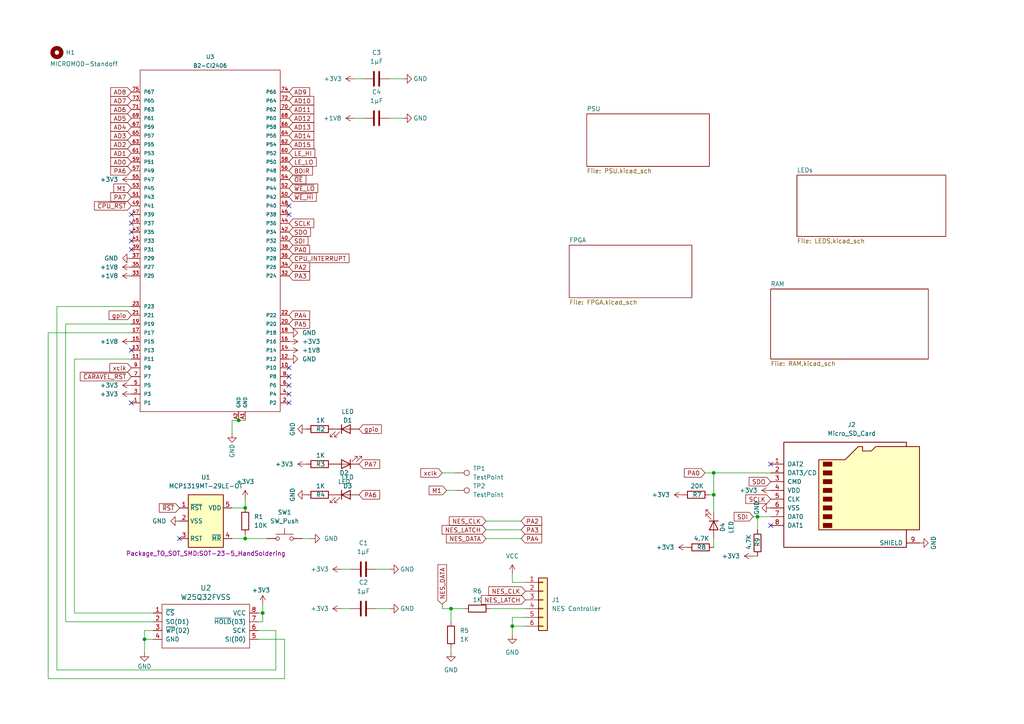
<source format=kicad_sch>
(kicad_sch (version 20250114) (generator "eeschema") (generator_version "9.0")
  (paper "A4")
  (lib_symbols
    (symbol "Caravel_board:W25Q32FVSS" (pin_names (offset 1.016))
      (property "Reference" "U" (at -12.7 5.334 0))
      (property "Value" "W25Q32FVSS" (at -12.7 -7.874 0))
      (symbol "W25Q32FVSS_1_0"
        (polyline (pts (xy -12.7 5.08) (xy 12.7 5.08)))
        (polyline (pts (xy -12.7 -7.62) (xy -12.7 5.08)))
        (polyline (pts (xy 12.7 5.08) (xy 12.7 -7.62)))
        (polyline (pts (xy 12.7 -7.62) (xy -12.7 -7.62)))
        (pin input line (at -15.24 2.54 0) (length 2.54) (name "~{CS}") (number "1"))
        (pin bidirectional line (at -15.24 0 0) (length 2.54) (name "SO(D1)") (number "2"))
        (pin bidirectional line (at -15.24 -2.54 0) (length 2.54) (name "~{WP}(D2)") (number "3"))
        (pin power_in line (at -15.24 -5.08 0) (length 2.54) (name "GND") (number "4"))
        (pin power_in line (at 15.24 2.54 180) (length 2.54) (name "VCC") (number "8"))
        (pin bidirectional line (at 15.24 0 180) (length 2.54) (name "~{HOLD}(D3)") (number "7"))
        (pin bidirectional line (at 15.24 -2.54 180) (length 2.54) (name "SCK") (number "6"))
        (pin bidirectional line (at 15.24 -5.08 180) (length 2.54) (name "SI(D0)") (number "5"))
      )
    )
    (symbol "Connector:Micro_SD_Card" (pin_names (offset 1.016))
      (property "Reference" "J" (at -16.51 15.24 0))
      (property "Value" "Micro_SD_Card" (at 16.51 15.24 0))
      (symbol "Micro_SD_Card_0_1"
        (polyline (pts (xy -8.89 -11.43) (xy -8.89 8.89) (xy -1.27 8.89) (xy 2.54 12.7) (xy 3.81 12.7) (xy 3.81 11.43) (xy 6.35 11.43) (xy 7.62 12.7) (xy 20.32 12.7) (xy 20.32 -11.43) (xy -8.89 -11.43)) (stroke (width 0.254)) (fill (type background)))
        (rectangle (start -7.62 8.255) (end -5.08 6.985) (fill (type outline)))
        (rectangle (start -7.62 5.715) (end -5.08 4.445) (fill (type outline)))
        (rectangle (start -7.62 3.175) (end -5.08 1.905) (fill (type outline)))
        (rectangle (start -7.62 0.635) (end -5.08 -0.635) (fill (type outline)))
        (rectangle (start -7.62 -1.905) (end -5.08 -3.175) (fill (type outline)))
        (rectangle (start -7.62 -4.445) (end -5.08 -5.715) (fill (type outline)))
        (rectangle (start -7.62 -6.985) (end -5.08 -8.255) (fill (type outline)))
        (rectangle (start -7.62 -9.525) (end -5.08 -10.795) (fill (type outline)))
        (polyline (pts (xy 16.51 12.7) (xy 16.51 13.97) (xy -19.05 13.97) (xy -19.05 -16.51) (xy 16.51 -16.51) (xy 16.51 -11.43)) (stroke (width 0.254)))
      )
      (symbol "Micro_SD_Card_1_1"
        (pin bidirectional line (at -22.86 7.62 0) (length 3.81) (name "DAT2") (number "1"))
        (pin bidirectional line (at -22.86 5.08 0) (length 3.81) (name "DAT3/CD") (number "2"))
        (pin input line (at -22.86 2.54 0) (length 3.81) (name "CMD") (number "3"))
        (pin power_in line (at -22.86 0 0) (length 3.81) (name "VDD") (number "4"))
        (pin input line (at -22.86 -2.54 0) (length 3.81) (name "CLK") (number "5"))
        (pin power_in line (at -22.86 -5.08 0) (length 3.81) (name "VSS") (number "6"))
        (pin bidirectional line (at -22.86 -7.62 0) (length 3.81) (name "DAT0") (number "7"))
        (pin bidirectional line (at -22.86 -10.16 0) (length 3.81) (name "DAT1") (number "8"))
        (pin passive line (at 20.32 -15.24 180) (length 3.81) (name "SHIELD") (number "9"))
      )
    )
    (symbol "Connector:TestPoint" (pin_numbers (hide yes)) (pin_names (offset 0.762) (hide yes))
      (property "Reference" "TP" (at 0 6.858 0))
      (property "Value" "TestPoint" (at 0 5.08 0))
      (symbol "TestPoint_0_1"
        (circle (center 0 3.302) (radius 0.762))
      )
      (symbol "TestPoint_1_1"
        (pin passive line (at 0 0 90) (length 2.54) (name "1") (number "1"))
      )
    )
    (symbol "Connector_Generic:Conn_01x06" (pin_names (offset 1.016) (hide yes))
      (property "Reference" "J" (at 0 7.62 0))
      (property "Value" "Conn_01x06" (at 0 -10.16 0))
      (symbol "Conn_01x06_1_1"
        (rectangle (start -1.27 6.35) (end 1.27 -8.89) (stroke (width 0.254)) (fill (type background)))
        (rectangle (start -1.27 5.207) (end 0 4.953) (stroke (width 0.1524)))
        (rectangle (start -1.27 2.667) (end 0 2.413) (stroke (width 0.1524)))
        (rectangle (start -1.27 0.127) (end 0 -0.127) (stroke (width 0.1524)))
        (rectangle (start -1.27 -2.413) (end 0 -2.667) (stroke (width 0.1524)))
        (rectangle (start -1.27 -4.953) (end 0 -5.207) (stroke (width 0.1524)))
        (rectangle (start -1.27 -7.493) (end 0 -7.747) (stroke (width 0.1524)))
        (pin passive line (at -5.08 5.08 0) (length 3.81) (name "Pin_1") (number "1"))
        (pin passive line (at -5.08 2.54 0) (length 3.81) (name "Pin_2") (number "2"))
        (pin passive line (at -5.08 0 0) (length 3.81) (name "Pin_3") (number "3"))
        (pin passive line (at -5.08 -2.54 0) (length 3.81) (name "Pin_4") (number "4"))
        (pin passive line (at -5.08 -5.08 0) (length 3.81) (name "Pin_5") (number "5"))
        (pin passive line (at -5.08 -7.62 0) (length 3.81) (name "Pin_6") (number "6"))
      )
    )
    (symbol "Device:C" (pin_numbers (hide yes)) (pin_names (offset 0.254))
      (property "Reference" "C" (at 0.635 2.54 0))
      (property "Value" "C" (at 0.635 -2.54 0))
      (symbol "C_0_1"
        (polyline (pts (xy -2.032 0.762) (xy 2.032 0.762)) (stroke (width 0.508)))
        (polyline (pts (xy -2.032 -0.762) (xy 2.032 -0.762)) (stroke (width 0.508)))
      )
      (symbol "C_1_1"
        (pin passive line (at 0 3.81 270) (length 2.794) (name "~") (number "1"))
        (pin passive line (at 0 -3.81 90) (length 2.794) (name "~") (number "2"))
      )
    )
    (symbol "Device:LED" (pin_numbers (hide yes)) (pin_names (offset 1.016) (hide yes))
      (property "Reference" "D" (at 0 2.54 0))
      (property "Value" "LED" (at 0 -2.54 0))
      (symbol "LED_0_1"
        (polyline (pts (xy -3.048 -0.762) (xy -4.572 -2.286) (xy -3.81 -2.286) (xy -4.572 -2.286) (xy -4.572 -1.524)))
        (polyline (pts (xy -1.778 -0.762) (xy -3.302 -2.286) (xy -2.54 -2.286) (xy -3.302 -2.286) (xy -3.302 -1.524)))
        (polyline (pts (xy -1.27 0) (xy 1.27 0)))
        (polyline (pts (xy -1.27 -1.27) (xy -1.27 1.27)) (stroke (width 0.254)))
        (polyline (pts (xy 1.27 -1.27) (xy 1.27 1.27) (xy -1.27 0) (xy 1.27 -1.27)) (stroke (width 0.254)))
      )
      (symbol "LED_1_1"
        (pin passive line (at -3.81 0 0) (length 2.54) (name "K") (number "1"))
        (pin passive line (at 3.81 0 180) (length 2.54) (name "A") (number "2"))
      )
    )
    (symbol "Device:R" (pin_numbers (hide yes)) (pin_names (offset 0))
      (property "Reference" "R" (at 2.032 0 90))
      (property "Value" "R" (at 0 0 90))
      (symbol "R_0_1"
        (rectangle (start -1.016 -2.54) (end 1.016 2.54) (stroke (width 0.254)))
      )
      (symbol "R_1_1"
        (pin passive line (at 0 3.81 270) (length 1.27) (name "~") (number "1"))
        (pin passive line (at 0 -3.81 90) (length 1.27) (name "~") (number "2"))
      )
    )
    (symbol "MicroMod-Sparkfun:M.2-CONNECTOR-E" (pin_names (offset 1.016))
      (property "Reference" "J" (at -20.32 53.848 0))
      (property "Value" "M.2-CONNECTOR-E" (at -20.32 -48.26 0))
      (symbol "M.2-CONNECTOR-E_1_0"
        (polyline (pts (xy -20.32 53.34) (xy 20.32 53.34)))
        (polyline (pts (xy -20.32 -45.72) (xy -20.32 53.34)))
        (polyline (pts (xy 20.32 53.34) (xy 20.32 -45.72)))
        (polyline (pts (xy 20.32 -45.72) (xy -20.32 -45.72)))
      )
      (symbol "M.2-CONNECTOR-E_1_1"
        (pin bidirectional line (at -22.86 46.99 0) (length 2.54) (name "P67") (number "75"))
        (pin bidirectional line (at -22.86 44.45 0) (length 2.54) (name "P65") (number "73"))
        (pin bidirectional line (at -22.86 41.91 0) (length 2.54) (name "P63") (number "71"))
        (pin bidirectional line (at -22.86 39.37 0) (length 2.54) (name "P61") (number "69"))
        (pin bidirectional line (at -22.86 36.83 0) (length 2.54) (name "P59") (number "67"))
        (pin bidirectional line (at -22.86 34.29 0) (length 2.54) (name "P57") (number "65"))
        (pin bidirectional line (at -22.86 31.75 0) (length 2.54) (name "P55") (number "63"))
        (pin bidirectional line (at -22.86 29.21 0) (length 2.54) (name "P53") (number "61"))
        (pin bidirectional line (at -22.86 26.67 0) (length 2.54) (name "P51") (number "59"))
        (pin bidirectional line (at -22.86 24.13 0) (length 2.54) (name "P49") (number "57"))
        (pin bidirectional line (at -22.86 21.59 0) (length 2.54) (name "P47") (number "55"))
        (pin bidirectional line (at -22.86 19.05 0) (length 2.54) (name "P45") (number "53"))
        (pin bidirectional line (at -22.86 16.51 0) (length 2.54) (name "P43") (number "51"))
        (pin bidirectional line (at -22.86 13.97 0) (length 2.54) (name "P41") (number "49"))
        (pin bidirectional line (at -22.86 11.43 0) (length 2.54) (name "P39") (number "47"))
        (pin bidirectional line (at -22.86 8.89 0) (length 2.54) (name "P37") (number "45"))
        (pin bidirectional line (at -22.86 6.35 0) (length 2.54) (name "P35") (number "43"))
        (pin bidirectional line (at -22.86 3.81 0) (length 2.54) (name "P33") (number "41"))
        (pin bidirectional line (at -22.86 1.27 0) (length 2.54) (name "P31") (number "39"))
        (pin bidirectional line (at -22.86 -1.27 0) (length 2.54) (name "P29") (number "37"))
        (pin bidirectional line (at -22.86 -3.81 0) (length 2.54) (name "P27") (number "35"))
        (pin bidirectional line (at -22.86 -6.35 0) (length 2.54) (name "P25") (number "33"))
        (pin bidirectional line (at -22.86 -15.24 0) (length 2.54) (name "P23") (number "23"))
        (pin bidirectional line (at -22.86 -17.78 0) (length 2.54) (name "P21") (number "21"))
        (pin bidirectional line (at -22.86 -20.32 0) (length 2.54) (name "P19") (number "19"))
        (pin bidirectional line (at -22.86 -22.86 0) (length 2.54) (name "P17") (number "17"))
        (pin bidirectional line (at -22.86 -25.4 0) (length 2.54) (name "P15") (number "15"))
        (pin bidirectional line (at -22.86 -27.94 0) (length 2.54) (name "P13") (number "13"))
        (pin bidirectional line (at -22.86 -30.48 0) (length 2.54) (name "P11") (number "11"))
        (pin bidirectional line (at -22.86 -33.02 0) (length 2.54) (name "P9") (number "9"))
        (pin bidirectional line (at -22.86 -35.56 0) (length 2.54) (name "P7") (number "7"))
        (pin bidirectional line (at -22.86 -38.1 0) (length 2.54) (name "P5") (number "5"))
        (pin bidirectional line (at -22.86 -40.64 0) (length 2.54) (name "P3") (number "3"))
        (pin bidirectional line (at -22.86 -43.18 0) (length 2.54) (name "P1") (number "1"))
        (pin power_in line (at 8.255 -48.26 90) (length 2.54) (name "GND") (number "A2"))
        (pin power_in line (at 10.16 -48.26 90) (length 2.54) (name "GND") (number "A1"))
        (pin bidirectional line (at 22.86 46.99 180) (length 2.54) (name "P66") (number "74"))
        (pin bidirectional line (at 22.86 44.45 180) (length 2.54) (name "P64") (number "72"))
        (pin bidirectional line (at 22.86 41.91 180) (length 2.54) (name "P62") (number "70"))
        (pin bidirectional line (at 22.86 39.37 180) (length 2.54) (name "P60") (number "68"))
        (pin bidirectional line (at 22.86 36.83 180) (length 2.54) (name "P58") (number "66"))
        (pin bidirectional line (at 22.86 34.29 180) (length 2.54) (name "P56") (number "64"))
        (pin bidirectional line (at 22.86 31.75 180) (length 2.54) (name "P54") (number "62"))
        (pin bidirectional line (at 22.86 29.21 180) (length 2.54) (name "P52") (number "60"))
        (pin bidirectional line (at 22.86 26.67 180) (length 2.54) (name "P50") (number "58"))
        (pin bidirectional line (at 22.86 24.13 180) (length 2.54) (name "P48") (number "56"))
        (pin bidirectional line (at 22.86 21.59 180) (length 2.54) (name "P46") (number "54"))
        (pin bidirectional line (at 22.86 19.05 180) (length 2.54) (name "P44") (number "52"))
        (pin bidirectional line (at 22.86 16.51 180) (length 2.54) (name "P42") (number "50"))
        (pin bidirectional line (at 22.86 13.97 180) (length 2.54) (name "P40") (number "48"))
        (pin bidirectional line (at 22.86 11.43 180) (length 2.54) (name "P38") (number "46"))
        (pin bidirectional line (at 22.86 8.89 180) (length 2.54) (name "P36") (number "44"))
        (pin bidirectional line (at 22.86 6.35 180) (length 2.54) (name "P34") (number "42"))
        (pin bidirectional line (at 22.86 3.81 180) (length 2.54) (name "P32") (number "40"))
        (pin bidirectional line (at 22.86 1.27 180) (length 2.54) (name "P30") (number "38"))
        (pin bidirectional line (at 22.86 -1.27 180) (length 2.54) (name "P28") (number "36"))
        (pin bidirectional line (at 22.86 -3.81 180) (length 2.54) (name "P26") (number "34"))
        (pin bidirectional line (at 22.86 -6.35 180) (length 2.54) (name "P24") (number "32"))
        (pin bidirectional line (at 22.86 -17.78 180) (length 2.54) (name "P22") (number "22"))
        (pin bidirectional line (at 22.86 -20.32 180) (length 2.54) (name "P20") (number "20"))
        (pin bidirectional line (at 22.86 -22.86 180) (length 2.54) (name "P18") (number "18"))
        (pin bidirectional line (at 22.86 -25.4 180) (length 2.54) (name "P16") (number "16"))
        (pin bidirectional line (at 22.86 -27.94 180) (length 2.54) (name "P14") (number "14"))
        (pin bidirectional line (at 22.86 -30.48 180) (length 2.54) (name "P12") (number "12"))
        (pin bidirectional line (at 22.86 -33.02 180) (length 2.54) (name "P10") (number "10"))
        (pin bidirectional line (at 22.86 -35.56 180) (length 2.54) (name "P8") (number "8"))
        (pin bidirectional line (at 22.86 -38.1 180) (length 2.54) (name "P6") (number "6"))
        (pin bidirectional line (at 22.86 -40.64 180) (length 2.54) (name "P4") (number "4"))
        (pin bidirectional line (at 22.86 -43.18 180) (length 2.54) (name "P2") (number "2"))
      )
    )
    (symbol "MicroMod-Sparkfun:MICROMOD-Standoff" (pin_names (offset 1.016))
      (property "Reference" "H" (at 0 5.08 0))
      (property "Value" "MICROMOD-Standoff" (at 0 3.175 0))
      (symbol "MICROMOD-Standoff_0_1"
        (circle (center 0 0) (radius 1.27) (stroke (width 1.27)))
      )
    )
    (symbol "Switch:SW_Push" (pin_numbers (hide yes)) (pin_names (offset 1.016) (hide yes))
      (property "Reference" "SW" (at 1.27 2.54 0))
      (property "Value" "SW_Push" (at 0 -1.524 0))
      (symbol "SW_Push_0_1"
        (circle (center -2.032 0) (radius 0.508))
        (polyline (pts (xy 0 1.27) (xy 0 3.048)))
        (circle (center 2.032 0) (radius 0.508))
        (polyline (pts (xy 2.54 1.27) (xy -2.54 1.27)))
        (pin passive line (at -5.08 0 0) (length 2.54) (name "1") (number "1"))
        (pin passive line (at 5.08 0 180) (length 2.54) (name "2") (number "2"))
      )
    )
    (symbol "caravel:MCP1319MT-29LE-OT"
      (property "Reference" "U" (at -5.08 8.89 0))
      (property "Value" "MCP1319MT-29LE-OT" (at 8.89 8.89 0))
      (symbol "MCP1319MT-29LE-OT_0_1"
        (rectangle (start 5.08 7.62) (end -5.08 -7.62) (stroke (width 0.254)) (fill (type background)))
      )
      (symbol "MCP1319MT-29LE-OT_1_1"
        (pin output line (at -7.62 3.81 0) (length 2.54) (name "~{RST}") (number "1"))
        (pin power_in line (at -7.62 0 0) (length 2.54) (name "VSS") (number "2"))
        (pin output line (at -7.62 -5.08 0) (length 2.54) (name "RST") (number "3"))
        (pin power_in line (at 7.62 3.81 180) (length 2.54) (name "VDD") (number "5"))
        (pin input line (at 7.62 -5.08 180) (length 2.54) (name "~{MR}") (number "4"))
      )
    )
    (symbol "power:+1V8" (power) (pin_numbers (hide yes)) (pin_names (offset 0) (hide yes))
      (property "Value" "+1V8" (at 0 3.556 0))
      (symbol "+1V8_0_1"
        (polyline (pts (xy -0.762 1.27) (xy 0 2.54)))
        (polyline (pts (xy 0 2.54) (xy 0.762 1.27)))
        (polyline (pts (xy 0 0) (xy 0 2.54)))
      )
      (symbol "+1V8_1_1"
        (pin power_in line (at 0 0 90) (length 0) (name "~") (number "1"))
      )
    )
    (symbol "power:+3V3" (power) (pin_names (offset 0))
      (property "Value" "+3V3" (at 0 3.556 0))
      (symbol "+3V3_0_1"
        (polyline (pts (xy -0.762 1.27) (xy 0 2.54)))
        (polyline (pts (xy 0 2.54) (xy 0.762 1.27)))
        (polyline (pts (xy 0 0) (xy 0 2.54)))
      )
      (symbol "+3V3_1_1"
        (pin power_in line (at 0 0 90) (length 0) (hide yes) (name "+3V3") (number "1"))
      )
    )
    (symbol "power:GND" (power) (pin_names (offset 0))
      (property "Value" "GND" (at 0 -3.81 0))
      (symbol "GND_0_1"
        (polyline (pts (xy 0 0) (xy 0 -1.27) (xy 1.27 -1.27) (xy 0 -2.54) (xy -1.27 -1.27) (xy 0 -1.27)))
      )
      (symbol "GND_1_1"
        (pin power_in line (at 0 0 270) (length 0) (hide yes) (name "GND") (number "1"))
      )
    )
    (symbol "power:VCC" (power) (pin_numbers (hide yes)) (pin_names (offset 0) (hide yes))
      (property "Value" "VCC" (at 0 3.556 0))
      (symbol "VCC_0_1"
        (polyline (pts (xy -0.762 1.27) (xy 0 2.54)))
        (polyline (pts (xy 0 2.54) (xy 0.762 1.27)))
        (polyline (pts (xy 0 0) (xy 0 2.54)))
      )
      (symbol "VCC_1_1"
        (pin power_in line (at 0 0 90) (length 0) (name "~") (number "1"))
      )
    )
  )
  (junction (at 69.215 121.92))
  (junction (at 219.71 149.86))
  (junction (at 71.12 156.21))
  (junction (at 41.91 185.42))
  (junction (at 207.01 137.16))
  (junction (at 148.59 181.61))
  (junction (at 76.2 177.8))
  (junction (at 130.81 176.53))
  (junction (at 207.01 143.51))
  (junction (at 71.12 147.32))
  (no_connect (at 38.1 72.39))
  (no_connect (at 223.52 152.4))
  (no_connect (at 83.82 116.84))
  (no_connect (at 83.82 109.22))
  (no_connect (at 83.82 114.3))
  (no_connect (at 38.1 64.77))
  (no_connect (at 83.82 62.23))
  (no_connect (at 38.1 116.84))
  (no_connect (at 83.82 111.76))
  (no_connect (at 38.1 101.6))
  (no_connect (at 83.82 106.68))
  (no_connect (at 38.1 62.23))
  (no_connect (at 83.82 59.69))
  (no_connect (at 223.52 134.62))
  (no_connect (at 38.1 67.31))
  (no_connect (at 38.1 69.85))
  (no_connect (at 52.07 156.21))
  (wire (pts (xy 205.74 143.51) (xy 207.01 143.51)))
  (wire (pts (xy 71.12 147.32) (xy 67.31 147.32)))
  (wire (pts (xy 109.22 176.53) (xy 113.03 176.53)))
  (wire (pts (xy 148.59 184.15) (xy 148.59 181.61)))
  (wire (pts (xy 130.81 180.34) (xy 130.81 176.53)))
  (wire (pts (xy 130.81 176.53) (xy 134.62 176.53)))
  (wire (pts (xy 71.12 144.78) (xy 71.12 147.32)))
  (wire (pts (xy 74.93 177.8) (xy 76.2 177.8)))
  (wire (pts (xy 99.06 176.53) (xy 101.6 176.53)))
  (wire (pts (xy 41.91 185.42) (xy 44.45 185.42)))
  (wire (pts (xy 113.03 22.86) (xy 116.84 22.86)))
  (wire (pts (xy 67.31 121.92) (xy 69.215 121.92)))
  (wire (pts (xy 130.81 187.96) (xy 130.81 189.23)))
  (wire (pts (xy 41.91 182.88) (xy 44.45 182.88)))
  (wire (pts (xy 102.87 22.86) (xy 105.41 22.86)))
  (wire (pts (xy 140.97 156.21) (xy 151.13 156.21)))
  (wire (pts (xy 69.215 121.92) (xy 71.12 121.92)))
  (wire (pts (xy 19.05 180.34) (xy 19.05 93.98)))
  (wire (pts (xy 109.22 165.1) (xy 113.03 165.1)))
  (wire (pts (xy 44.45 180.34) (xy 19.05 180.34)))
  (wire (pts (xy 87.63 156.21) (xy 90.17 156.21)))
  (wire (pts (xy 128.27 137.16) (xy 132.08 137.16)))
  (wire (pts (xy 16.51 88.9) (xy 38.1 88.9)))
  (wire (pts (xy 19.05 93.98) (xy 38.1 93.98)))
  (wire (pts (xy 80.01 182.88) (xy 80.01 194.31)))
  (wire (pts (xy 148.59 181.61) (xy 148.59 179.07)))
  (wire (pts (xy 16.51 194.31) (xy 16.51 88.9)))
  (wire (pts (xy 219.71 149.86) (xy 223.52 149.86)))
  (wire (pts (xy 218.44 161.29) (xy 219.71 161.29)))
  (wire (pts (xy 13.97 96.52) (xy 38.1 96.52)))
  (wire (pts (xy 71.12 156.21) (xy 67.31 156.21)))
  (wire (pts (xy 148.59 179.07) (xy 152.4 179.07)))
  (wire (pts (xy 148.59 181.61) (xy 152.4 181.61)))
  (wire (pts (xy 67.31 125.73) (xy 67.31 121.92)))
  (wire (pts (xy 71.12 154.94) (xy 71.12 156.21)))
  (wire (pts (xy 82.55 196.85) (xy 13.97 196.85)))
  (wire (pts (xy 218.44 149.86) (xy 219.71 149.86)))
  (wire (pts (xy 71.12 156.21) (xy 77.47 156.21)))
  (wire (pts (xy 207.01 148.59) (xy 207.01 143.51)))
  (wire (pts (xy 207.01 156.21) (xy 207.01 158.75)))
  (wire (pts (xy 152.4 168.91) (xy 148.59 168.91)))
  (wire (pts (xy 113.03 34.29) (xy 116.84 34.29)))
  (wire (pts (xy 148.59 168.91) (xy 148.59 166.37)))
  (wire (pts (xy 74.93 180.34) (xy 76.2 180.34)))
  (wire (pts (xy 99.06 165.1) (xy 101.6 165.1)))
  (wire (pts (xy 41.91 185.42) (xy 41.91 182.88)))
  (wire (pts (xy 128.27 175.26) (xy 128.27 176.53)))
  (wire (pts (xy 140.97 151.13) (xy 151.13 151.13)))
  (wire (pts (xy 82.55 185.42) (xy 82.55 196.85)))
  (wire (pts (xy 74.93 182.88) (xy 80.01 182.88)))
  (wire (pts (xy 21.59 177.8) (xy 21.59 104.14)))
  (wire (pts (xy 207.01 137.16) (xy 223.52 137.16)))
  (wire (pts (xy 102.87 34.29) (xy 105.41 34.29)))
  (wire (pts (xy 80.01 194.31) (xy 16.51 194.31)))
  (wire (pts (xy 74.93 185.42) (xy 82.55 185.42)))
  (wire (pts (xy 76.2 177.8) (xy 76.2 175.26)))
  (wire (pts (xy 219.71 149.86) (xy 219.71 153.67)))
  (wire (pts (xy 207.01 137.16) (xy 204.47 137.16)))
  (wire (pts (xy 13.97 196.85) (xy 13.97 96.52)))
  (wire (pts (xy 142.24 176.53) (xy 152.4 176.53)))
  (wire (pts (xy 76.2 180.34) (xy 76.2 177.8)))
  (wire (pts (xy 21.59 104.14) (xy 38.1 104.14)))
  (wire (pts (xy 207.01 143.51) (xy 207.01 137.16)))
  (wire (pts (xy 41.91 189.23) (xy 41.91 185.42)))
  (wire (pts (xy 128.27 176.53) (xy 130.81 176.53)))
  (wire (pts (xy 129.54 142.24) (xy 132.08 142.24)))
  (wire (pts (xy 140.97 153.67) (xy 151.13 153.67)))
  (wire (pts (xy 44.45 177.8) (xy 21.59 177.8)))
  (global_label "~{WE_HI}" (shape input) (at 83.82 57.15 0) (property "Intersheetrefs" "${INTERSHEET_REFS}" (effects (hide yes))))
  (global_label "PA4" (shape input) (at 83.82 91.44 0) (property "Intersheetrefs" "${INTERSHEET_REFS}" (effects (hide yes))))
  (global_label "AD0" (shape input) (at 38.1 46.99 180) (property "Intersheetrefs" "${INTERSHEET_REFS}" (effects (hide yes))))
  (global_label "AD11" (shape input) (at 83.82 31.75 0) (property "Intersheetrefs" "${INTERSHEET_REFS}" (effects (hide yes))))
  (global_label "PA2" (shape input) (at 151.13 151.13 0) (property "Intersheetrefs" "${INTERSHEET_REFS}" (effects (hide yes))))
  (global_label "AD15" (shape input) (at 83.82 41.91 0) (property "Intersheetrefs" "${INTERSHEET_REFS}" (effects (hide yes))))
  (global_label "~{CPU_RST}" (shape input) (at 38.1 59.69 180) (property "Intersheetrefs" "${INTERSHEET_REFS}" (effects (hide yes))))
  (global_label "gpio" (shape input) (at 104.14 124.46 0) (property "Intersheetrefs" "${INTERSHEET_REFS}" (effects (hide yes))))
  (global_label "LE_HI" (shape input) (at 83.82 44.45 0) (property "Intersheetrefs" "${INTERSHEET_REFS}" (effects (hide yes))))
  (global_label "M1" (shape input) (at 38.1 54.61 180) (property "Intersheetrefs" "${INTERSHEET_REFS}" (effects (hide yes))))
  (global_label "PA4" (shape input) (at 151.13 156.21 0) (property "Intersheetrefs" "${INTERSHEET_REFS}" (effects (hide yes))))
  (global_label "NES_CLK" (shape input) (at 152.4 171.45 180) (property "Intersheetrefs" "${INTERSHEET_REFS}" (effects (hide yes))))
  (global_label "PA3" (shape input) (at 83.82 80.01 0) (property "Intersheetrefs" "${INTERSHEET_REFS}" (effects (hide yes))))
  (global_label "AD6" (shape input) (at 38.1 31.75 180) (property "Intersheetrefs" "${INTERSHEET_REFS}" (effects (hide yes))))
  (global_label "PA7" (shape input) (at 38.1 57.15 180) (property "Intersheetrefs" "${INTERSHEET_REFS}" (effects (hide yes))))
  (global_label "SDO" (shape input) (at 223.52 139.7 180) (property "Intersheetrefs" "${INTERSHEET_REFS}" (effects (hide yes))))
  (global_label "PA7" (shape input) (at 104.14 134.62 0) (property "Intersheetrefs" "${INTERSHEET_REFS}" (effects (hide yes))))
  (global_label "~{OE}" (shape input) (at 83.82 52.07 0) (property "Intersheetrefs" "${INTERSHEET_REFS}" (effects (hide yes))))
  (global_label "gpio" (shape input) (at 38.1 91.44 180) (property "Intersheetrefs" "${INTERSHEET_REFS}" (effects (hide yes))))
  (global_label "PA2" (shape input) (at 83.82 77.47 0) (property "Intersheetrefs" "${INTERSHEET_REFS}" (effects (hide yes))))
  (global_label "AD8" (shape input) (at 38.1 26.67 180) (property "Intersheetrefs" "${INTERSHEET_REFS}" (effects (hide yes))))
  (global_label "SCLK" (shape input) (at 223.52 144.78 180) (property "Intersheetrefs" "${INTERSHEET_REFS}" (effects (hide yes))))
  (global_label "AD12" (shape input) (at 83.82 34.29 0) (property "Intersheetrefs" "${INTERSHEET_REFS}" (effects (hide yes))))
  (global_label "PA5" (shape input) (at 83.82 93.98 0) (property "Intersheetrefs" "${INTERSHEET_REFS}" (effects (hide yes))))
  (global_label "AD10" (shape input) (at 83.82 29.21 0) (property "Intersheetrefs" "${INTERSHEET_REFS}" (effects (hide yes))))
  (global_label "AD1" (shape input) (at 38.1 44.45 180) (property "Intersheetrefs" "${INTERSHEET_REFS}" (effects (hide yes))))
  (global_label "AD4" (shape input) (at 38.1 36.83 180) (property "Intersheetrefs" "${INTERSHEET_REFS}" (effects (hide yes))))
  (global_label "AD14" (shape input) (at 83.82 39.37 0) (property "Intersheetrefs" "${INTERSHEET_REFS}" (effects (hide yes))))
  (global_label "AD7" (shape input) (at 38.1 29.21 180) (property "Intersheetrefs" "${INTERSHEET_REFS}" (effects (hide yes))))
  (global_label "NES_DATA" (shape input) (at 128.27 175.26 90) (property "Intersheetrefs" "${INTERSHEET_REFS}" (effects (hide yes))))
  (global_label "PA0" (shape input) (at 204.47 137.16 180) (property "Intersheetrefs" "${INTERSHEET_REFS}" (effects (hide yes))))
  (global_label "PA3" (shape input) (at 151.13 153.67 0) (property "Intersheetrefs" "${INTERSHEET_REFS}" (effects (hide yes))))
  (global_label "AD13" (shape input) (at 83.82 36.83 0) (property "Intersheetrefs" "${INTERSHEET_REFS}" (effects (hide yes))))
  (global_label "AD5" (shape input) (at 38.1 34.29 180) (property "Intersheetrefs" "${INTERSHEET_REFS}" (effects (hide yes))))
  (global_label "SDI" (shape input) (at 218.44 149.86 180) (property "Intersheetrefs" "${INTERSHEET_REFS}" (effects (hide yes))))
  (global_label "CPU_INTERRUPT" (shape input) (at 83.82 74.93 0) (property "Intersheetrefs" "${INTERSHEET_REFS}" (effects (hide yes))))
  (global_label "AD3" (shape input) (at 38.1 39.37 180) (property "Intersheetrefs" "${INTERSHEET_REFS}" (effects (hide yes))))
  (global_label "NES_LATCH" (shape input) (at 140.97 153.67 180) (property "Intersheetrefs" "${INTERSHEET_REFS}" (effects (hide yes))))
  (global_label "SDO" (shape input) (at 83.82 67.31 0) (property "Intersheetrefs" "${INTERSHEET_REFS}" (effects (hide yes))))
  (global_label "xclk" (shape input) (at 38.1 106.68 180) (property "Intersheetrefs" "${INTERSHEET_REFS}" (effects (hide yes))))
  (global_label "~{WE_LO}" (shape input) (at 83.82 54.61 0) (property "Intersheetrefs" "${INTERSHEET_REFS}" (effects (hide yes))))
  (global_label "BDIR" (shape input) (at 83.82 49.53 0) (property "Intersheetrefs" "${INTERSHEET_REFS}" (effects (hide yes))))
  (global_label "AD9" (shape input) (at 83.82 26.67 0) (property "Intersheetrefs" "${INTERSHEET_REFS}" (effects (hide yes))))
  (global_label "PA0" (shape input) (at 83.82 72.39 0) (property "Intersheetrefs" "${INTERSHEET_REFS}" (effects (hide yes))))
  (global_label "~{RST}" (shape input) (at 52.07 147.32 180) (property "Intersheetrefs" "${INTERSHEET_REFS}" (effects (hide yes))))
  (global_label "SCLK" (shape input) (at 83.82 64.77 0) (property "Intersheetrefs" "${INTERSHEET_REFS}" (effects (hide yes))))
  (global_label "NES_DATA" (shape input) (at 140.97 156.21 180) (property "Intersheetrefs" "${INTERSHEET_REFS}" (effects (hide yes))))
  (global_label "M1" (shape input) (at 129.54 142.24 180) (property "Intersheetrefs" "${INTERSHEET_REFS}" (effects (hide yes))))
  (global_label "PA6" (shape input) (at 38.1 49.53 180) (property "Intersheetrefs" "${INTERSHEET_REFS}" (effects (hide yes))))
  (global_label "SDI" (shape input) (at 83.82 69.85 0) (property "Intersheetrefs" "${INTERSHEET_REFS}" (effects (hide yes))))
  (global_label "xclk" (shape input) (at 128.27 137.16 180) (property "Intersheetrefs" "${INTERSHEET_REFS}" (effects (hide yes))))
  (global_label "LE_LO" (shape input) (at 83.82 46.99 0) (property "Intersheetrefs" "${INTERSHEET_REFS}" (effects (hide yes))))
  (global_label "~{CARAVEL_RST}" (shape input) (at 38.1 109.22 180) (property "Intersheetrefs" "${INTERSHEET_REFS}" (effects (hide yes))))
  (global_label "NES_LATCH" (shape input) (at 152.4 173.99 180) (property "Intersheetrefs" "${INTERSHEET_REFS}" (effects (hide yes))))
  (global_label "NES_CLK" (shape input) (at 140.97 151.13 180) (property "Intersheetrefs" "${INTERSHEET_REFS}" (effects (hide yes))))
  (global_label "PA6" (shape input) (at 104.14 143.51 0) (property "Intersheetrefs" "${INTERSHEET_REFS}" (effects (hide yes))))
  (global_label "AD2" (shape input) (at 38.1 41.91 180) (property "Intersheetrefs" "${INTERSHEET_REFS}" (effects (hide yes))))
  (symbol (lib_id "Device:LED") (at 100.33 143.51 0) (unit 1)
    (property "Reference" "D3" (at 100.838 140.97 0))
    (property "Value" "LED" (at 100.838 138.43 0))
    (property "Footprint" "LED_SMD:LED_1206_3216Metric_Pad1.42x1.75mm_HandSolder" (effects (hide yes)))
  )
  (symbol (lib_id "power:GND") (at 83.82 96.52 90) (unit 1)
    (property "Reference" "#PWR013" (effects (hide yes)))
    (property "Value" "GND" (at 87.63 96.5199 90) (effects (justify right)))
    (property "Description" "Power symbol creates a global label with name \"GND\" , ground" (effects (hide yes)))
  )
  (symbol (lib_id "Caravel_board:W25Q32FVSS") (at 59.69 180.34 0) (unit 1)
    (property "Reference" "U2" (at 59.69 170.5356 0) (effects (font (size 1.4986 1.4986))))
    (property "Value" "W25Q32FVSS" (at 59.69 173.2026 0) (effects (font (size 1.4986 1.4986))))
    (property "Footprint" "Package_DIP:DIP-8_W7.62mm" (effects (hide yes)))
    (property "Part #" "W25Q32JVSSIQ" (effects (hide yes)))
  )
  (symbol (lib_id "power:+3V3") (at 99.06 165.1 90) (unit 1)
    (property "Reference" "#PWR021" (effects (hide yes)))
    (property "Value" "+3V3" (at 92.71 165.1 90))
    (property "Sim.Device" "V" (effects (hide yes)))
    (property "Sim.Type" "DC" (effects (hide yes)))
    (property "Sim.Pins" "1=+" (effects (hide yes)))
    (property "Sim.Params" "dc=3.3" (effects (hide yes)))
  )
  (symbol (lib_id "power:+3V3") (at 198.12 143.51 90) (unit 1)
    (property "Reference" "#PWR032" (effects (hide yes)))
    (property "Value" "+3V3" (at 194.31 143.5099 90) (effects (justify left)))
    (property "Description" "Power symbol creates a global label with name \"+3V3\"" (effects (hide yes)))
  )
  (symbol (lib_id "power:GND") (at 52.07 151.13 270) (unit 1)
    (property "Reference" "#PWR09" (effects (hide yes)))
    (property "Value" "GND" (at 48.26 151.1299 90) (effects (justify right)))
    (property "Description" "Power symbol creates a global label with name \"GND\" , ground" (effects (hide yes)))
  )
  (symbol (lib_id "Device:R") (at 71.12 151.13 180) (unit 1)
    (property "Reference" "R1" (at 73.66 149.86 0) (effects (justify right)))
    (property "Value" "10K" (at 73.66 152.4 0) (effects (justify right)))
    (property "Footprint" "Resistor_SMD:R_1206_3216Metric_Pad1.30x1.75mm_HandSolder" (effects (hide yes)))
  )
  (symbol (lib_id "Connector_Generic:Conn_01x06") (at 157.48 173.99 0) (unit 1)
    (property "Reference" "J1" (at 160.02 173.99 0) (effects (justify left)))
    (property "Value" "NES Controller" (at 160.02 176.53 0) (effects (justify left)))
    (property "Footprint" "Connector_PinSocket_2.54mm:PinSocket_1x06_P2.54mm_Vertical" (effects (hide yes)))
  )
  (symbol (lib_id "power:+1V8") (at 83.82 101.6 270) (unit 1)
    (property "Reference" "#PWR015" (effects (hide yes)))
    (property "Value" "+1V8" (at 87.63 101.5999 90) (effects (justify left)))
    (property "Description" "Power symbol creates a global label with name \"+1V8\"" (effects (hide yes)))
  )
  (symbol (lib_id "power:VCC") (at 148.59 166.37 0) (unit 1)
    (property "Reference" "#PWR030" (effects (hide yes)))
    (property "Value" "VCC" (at 148.59 161.29 0))
    (property "Description" "Power symbol creates a global label with name \"VCC\"" (effects (hide yes)))
  )
  (symbol (lib_id "power:+1V8") (at 38.1 99.06 90) (unit 1)
    (property "Reference" "#PWR05" (effects (hide yes)))
    (property "Value" "+1V8" (at 34.29 99.0599 90) (effects (justify left)))
    (property "Description" "Power symbol creates a global label with name \"+1V8\"" (effects (hide yes)))
  )
  (symbol (lib_id "power:+3V3") (at 76.2 175.26 0) (unit 1)
    (property "Reference" "#PWR012" (effects (hide yes)))
    (property "Value" "+3V3" (at 75.692 171.196 0))
    (property "Description" "Power symbol creates a global label with name \"+3V3\"" (effects (hide yes)))
  )
  (symbol (lib_id "Connector:TestPoint") (at 132.08 137.16 270) (unit 1)
    (property "Reference" "TP1" (at 137.16 135.8899 90) (effects (justify left)))
    (property "Value" "TestPoint" (at 137.16 138.4299 90) (effects (justify left)))
    (property "Footprint" "TestPoint:TestPoint_Pad_D1.0mm" (effects (hide yes)))
    (property "Description" "test point" (effects (hide yes)))
  )
  (symbol (lib_id "Device:R") (at 92.71 124.46 270) (unit 1)
    (property "Reference" "R2" (at 92.964 124.46 90))
    (property "Value" "1K" (at 92.964 121.92 90))
    (property "Footprint" "Resistor_SMD:R_1206_3216Metric_Pad1.30x1.75mm_HandSolder" (effects (hide yes)))
  )
  (symbol (lib_id "power:GND") (at 88.9 124.46 270) (unit 1)
    (property "Reference" "#PWR017" (effects (hide yes)))
    (property "Value" "GND" (at 84.836 124.46 0))
    (property "Description" "Power symbol creates a global label with name \"GND\" , ground" (effects (hide yes)))
  )
  (symbol (lib_id "MicroMod-Sparkfun:MICROMOD-Standoff") (at 16.51 15.24 0) (unit 1)
    (property "Reference" "H1" (at 19.05 15.24 0) (effects (justify left)))
    (property "Value" "MICROMOD-Standoff" (at 14.478 18.542 0) (effects (justify left)))
    (property "Footprint" "MicroMod:MicroMod-Standoff" (effects (hide yes)))
  )
  (symbol (lib_id "Device:R") (at 130.81 184.15 180) (unit 1)
    (property "Reference" "R5" (at 133.35 182.88 0) (effects (justify right)))
    (property "Value" "1K" (at 133.35 185.42 0) (effects (justify right)))
    (property "Footprint" "Resistor_SMD:R_1206_3216Metric_Pad1.30x1.75mm_HandSolder" (effects (hide yes)))
  )
  (symbol (lib_id "MicroMod-Sparkfun:M.2-CONNECTOR-E") (at 60.96 73.66 0) (unit 1)
    (property "Reference" "U3" (at 60.96 16.51 0) (effects (font (size 1.143 1.143))))
    (property "Value" "B2-CI2406" (at 60.96 19.05 0) (effects (font (size 1.143 1.143))))
    (property "Footprint" "MicroMod:M.2-CONNECTOR-E" (effects (hide yes)))
    (property "Datasheet" "https://avalonsemiconductors.github.io/CI2406/as1802.html" (effects (hide yes)))
  )
  (symbol (lib_id "Device:LED") (at 100.33 124.46 0) (unit 1)
    (property "Reference" "D1" (at 100.838 121.92 0))
    (property "Value" "LED" (at 100.838 119.38 0))
    (property "Footprint" "LED_SMD:LED_1206_3216Metric_Pad1.42x1.75mm_HandSolder" (effects (hide yes)))
  )
  (symbol (lib_id "Device:R") (at 203.2 158.75 270) (unit 1)
    (property "Reference" "R8" (at 203.454 158.75 90))
    (property "Value" "4.7K" (at 203.454 156.21 90))
    (property "Footprint" "Resistor_SMD:R_1206_3216Metric_Pad1.30x1.75mm_HandSolder" (effects (hide yes)))
  )
  (symbol (lib_id "Device:LED") (at 207.01 152.4 270) (unit 1)
    (property "Reference" "D4" (at 209.55 152.908 0))
    (property "Value" "LED" (at 212.09 152.908 0))
    (property "Footprint" "LED_SMD:LED_1206_3216Metric_Pad1.42x1.75mm_HandSolder" (effects (hide yes)))
  )
  (symbol (lib_id "power:+3V3") (at 71.12 144.78 0) (unit 1)
    (property "Reference" "#PWR011" (effects (hide yes)))
    (property "Value" "+3V3" (at 71.12 139.7 0))
    (property "Description" "Power symbol creates a global label with name \"+3V3\"" (effects (hide yes)))
  )
  (symbol (lib_id "Device:LED") (at 100.33 134.62 180) (unit 1)
    (property "Reference" "D2" (at 99.822 137.16 0))
    (property "Value" "LED" (at 99.822 139.7 0))
    (property "Footprint" "LED_SMD:LED_1206_3216Metric_Pad1.42x1.75mm_HandSolder" (effects (hide yes)))
  )
  (symbol (lib_id "Device:R") (at 138.43 176.53 90) (unit 1)
    (property "Reference" "R6" (at 138.43 171.45 90))
    (property "Value" "1K" (at 138.43 173.99 90))
    (property "Footprint" "Resistor_SMD:R_1206_3216Metric_Pad1.30x1.75mm_HandSolder" (effects (hide yes)))
  )
  (symbol (lib_id "power:GND") (at 88.9 143.51 270) (unit 1)
    (property "Reference" "#PWR019" (effects (hide yes)))
    (property "Value" "GND" (at 84.836 143.51 0))
    (property "Description" "Power symbol creates a global label with name \"GND\" , ground" (effects (hide yes)))
  )
  (symbol (lib_id "Device:C") (at 109.22 22.86 90) (unit 1)
    (property "Reference" "C3" (at 109.22 15.24 90))
    (property "Value" "1µF" (at 109.22 17.78 90))
    (property "Footprint" "Capacitor_SMD:C_0805_2012Metric_Pad1.18x1.45mm_HandSolder" (effects (hide yes)))
  )
  (symbol (lib_id "power:GND") (at 148.59 184.15 0) (unit 1)
    (property "Reference" "#PWR031" (effects (hide yes)))
    (property "Value" "GND" (at 148.59 189.23 0))
  )
  (symbol (lib_id "power:+3V3") (at 102.87 22.86 90) (unit 1)
    (property "Reference" "#PWR023" (effects (hide yes)))
    (property "Value" "+3V3" (at 96.52 22.86 90))
    (property "Sim.Device" "V" (effects (hide yes)))
    (property "Sim.Type" "DC" (effects (hide yes)))
    (property "Sim.Pins" "1=+" (effects (hide yes)))
    (property "Sim.Params" "dc=3.3" (effects (hide yes)))
  )
  (symbol (lib_id "power:+3V3") (at 199.39 158.75 90) (unit 1)
    (property "Reference" "#PWR033" (effects (hide yes)))
    (property "Value" "+3V3" (at 195.58 158.7499 90) (effects (justify left)))
    (property "Description" "Power symbol creates a global label with name \"+3V3\"" (effects (hide yes)))
  )
  (symbol (lib_id "Device:R") (at 92.71 134.62 270) (unit 1)
    (property "Reference" "R3" (at 92.964 134.62 90))
    (property "Value" "1K" (at 92.964 132.08 90))
    (property "Footprint" "Resistor_SMD:R_1206_3216Metric_Pad1.30x1.75mm_HandSolder" (effects (hide yes)))
  )
  (symbol (lib_id "Connector:Micro_SD_Card") (at 246.38 142.24 0) (unit 1)
    (property "Reference" "J2" (at 247.015 123.19 0))
    (property "Value" "Micro_SD_Card" (at 247.015 125.73 0))
    (property "Footprint" "Connector_Card:microSD_HC_Hirose_DM3AT-SF-PEJM5" (effects (hide yes)))
    (property "Datasheet" "http://katalog.we-online.de/em/datasheet/693072010801.pdf" (effects (hide yes)))
  )
  (symbol (lib_id "power:GND") (at 38.1 74.93 270) (unit 1)
    (property "Reference" "#PWR02" (effects (hide yes)))
    (property "Value" "GND" (at 34.29 74.9299 90) (effects (justify right)))
    (property "Description" "Power symbol creates a global label with name \"GND\" , ground" (effects (hide yes)))
  )
  (symbol (lib_id "Device:R") (at 219.71 157.48 0) (unit 1)
    (property "Reference" "R9" (at 219.71 157.226 90))
    (property "Value" "4.7K" (at 217.17 157.226 90))
    (property "Footprint" "Resistor_SMD:R_1206_3216Metric_Pad1.30x1.75mm_HandSolder" (effects (hide yes)))
  )
  (symbol (lib_id "Device:R") (at 92.71 143.51 270) (unit 1)
    (property "Reference" "R4" (at 92.964 143.51 90))
    (property "Value" "1K" (at 92.964 140.97 90))
    (property "Footprint" "Resistor_SMD:R_1206_3216Metric_Pad1.30x1.75mm_HandSolder" (effects (hide yes)))
  )
  (symbol (lib_id "caravel:MCP1319MT-29LE-OT") (at 59.69 151.13 0) (unit 1)
    (property "Reference" "U1" (at 59.69 138.43 0))
    (property "Value" "MCP1319MT-29LE-OT" (at 59.69 140.97 0))
    (property "Footprint" "Package_TO_SOT_SMD:SOT-23-5_HandSoldering" (at 59.69 160.528 0))
    (property "Datasheet" "https://ww1.microchip.com/downloads/en/DeviceDoc/MCP131X-2X-Voltage-Supervisor-DS20001985E.pdf" (effects (hide yes)))
  )
  (symbol (lib_id "power:+3V3") (at 99.06 176.53 90) (unit 1)
    (property "Reference" "#PWR022" (effects (hide yes)))
    (property "Value" "+3V3" (at 92.71 176.53 90))
    (property "Sim.Device" "V" (effects (hide yes)))
    (property "Sim.Type" "DC" (effects (hide yes)))
    (property "Sim.Pins" "1=+" (effects (hide yes)))
    (property "Sim.Params" "dc=3.3" (effects (hide yes)))
  )
  (symbol (lib_id "power:+3V3") (at 83.82 99.06 270) (unit 1)
    (property "Reference" "#PWR014" (effects (hide yes)))
    (property "Value" "+3V3" (at 87.63 99.0599 90) (effects (justify left)))
    (property "Description" "Power symbol creates a global label with name \"+3V3\"" (effects (hide yes)))
  )
  (symbol (lib_id "power:GND") (at 223.52 147.32 270) (unit 1)
    (property "Reference" "#PWR036" (effects (hide yes)))
    (property "Value" "GND" (at 219.456 147.32 0))
    (property "Description" "Power symbol creates a global label with name \"GND\" , ground" (effects (hide yes)))
  )
  (symbol (lib_id "power:GND") (at 116.84 22.86 90) (unit 1)
    (property "Reference" "#PWR027" (effects (hide yes)))
    (property "Value" "GND" (at 121.92 22.86 90))
    (property "Sim.Device" "V" (effects (hide yes)))
    (property "Sim.Type" "DC" (effects (hide yes)))
    (property "Sim.Pins" "1=+" (effects (hide yes)))
    (property "Sim.Params" "dc=0" (effects (hide yes)))
  )
  (symbol (lib_id "power:GND") (at 41.91 189.23 0) (unit 1)
    (property "Reference" "#PWR08" (effects (hide yes)))
    (property "Value" "GND" (at 41.91 193.294 0))
    (property "Description" "Power symbol creates a global label with name \"GND\" , ground" (effects (hide yes)))
  )
  (symbol (lib_id "power:+3V3") (at 218.44 161.29 90) (unit 1)
    (property "Reference" "#PWR034" (effects (hide yes)))
    (property "Value" "+3V3" (at 214.63 161.2899 90) (effects (justify left)))
    (property "Description" "Power symbol creates a global label with name \"+3V3\"" (effects (hide yes)))
  )
  (symbol (lib_id "power:GND") (at 67.31 125.73 0) (unit 1)
    (property "Reference" "#PWR010" (effects (hide yes)))
    (property "Value" "GND" (at 67.31 130.81 90))
    (property "Sim.Device" "V" (effects (hide yes)))
    (property "Sim.Type" "DC" (effects (hide yes)))
    (property "Sim.Pins" "1=+" (effects (hide yes)))
    (property "Sim.Params" "dc=0" (effects (hide yes)))
  )
  (symbol (lib_id "power:+1V8") (at 102.87 34.29 90) (unit 1)
    (property "Reference" "#PWR024" (effects (hide yes)))
    (property "Value" "+1V8" (at 99.06 34.2899 90) (effects (justify left)))
    (property "Description" "Power symbol creates a global label with name \"+1V8\"" (effects (hide yes)))
  )
  (symbol (lib_id "Device:C") (at 105.41 165.1 90) (unit 1)
    (property "Reference" "C1" (at 105.41 157.48 90))
    (property "Value" "1µF" (at 105.41 160.02 90))
    (property "Footprint" "Capacitor_SMD:C_0805_2012Metric_Pad1.18x1.45mm_HandSolder" (effects (hide yes)))
  )
  (symbol (lib_id "power:+3V3") (at 38.1 111.76 90) (unit 1)
    (property "Reference" "#PWR06" (effects (hide yes)))
    (property "Value" "+3V3" (at 34.29 111.7599 90) (effects (justify left)))
    (property "Description" "Power symbol creates a global label with name \"+3V3\"" (effects (hide yes)))
  )
  (symbol (lib_id "Device:R") (at 201.93 143.51 270) (unit 1)
    (property "Reference" "R7" (at 202.184 143.51 90))
    (property "Value" "20K" (at 202.184 140.97 90))
    (property "Footprint" "Resistor_SMD:R_1206_3216Metric_Pad1.30x1.75mm_HandSolder" (effects (hide yes)))
  )
  (symbol (lib_id "power:+3V3") (at 223.52 142.24 90) (unit 1)
    (property "Reference" "#PWR035" (effects (hide yes)))
    (property "Value" "+3V3" (at 219.71 142.2399 90) (effects (justify left)))
    (property "Description" "Power symbol creates a global label with name \"+3V3\"" (effects (hide yes)))
  )
  (symbol (lib_id "power:GND") (at 90.17 156.21 90) (unit 1)
    (property "Reference" "#PWR020" (effects (hide yes)))
    (property "Value" "GND" (at 93.98 156.2099 90) (effects (justify right)))
    (property "Description" "Power symbol creates a global label with name \"GND\" , ground" (effects (hide yes)))
  )
  (symbol (lib_id "power:+1V8") (at 38.1 80.01 90) (unit 1)
    (property "Reference" "#PWR04" (effects (hide yes)))
    (property "Value" "+1V8" (at 34.29 80.0099 90) (effects (justify left)))
    (property "Description" "Power symbol creates a global label with name \"+1V8\"" (effects (hide yes)))
  )
  (symbol (lib_id "Device:C") (at 109.22 34.29 90) (unit 1)
    (property "Reference" "C4" (at 109.22 26.67 90))
    (property "Value" "1µF" (at 109.22 29.21 90))
    (property "Footprint" "Capacitor_SMD:C_0805_2012Metric_Pad1.18x1.45mm_HandSolder" (effects (hide yes)))
  )
  (symbol (lib_id "power:+1V8") (at 38.1 77.47 90) (unit 1)
    (property "Reference" "#PWR03" (effects (hide yes)))
    (property "Value" "+1V8" (at 34.29 77.4699 90) (effects (justify left)))
    (property "Description" "Power symbol creates a global label with name \"+1V8\"" (effects (hide yes)))
  )
  (symbol (lib_id "Device:C") (at 105.41 176.53 90) (unit 1)
    (property "Reference" "C2" (at 105.41 168.91 90))
    (property "Value" "1µF" (at 105.41 171.45 90))
    (property "Footprint" "Capacitor_SMD:C_0805_2012Metric_Pad1.18x1.45mm_HandSolder" (effects (hide yes)))
  )
  (symbol (lib_id "power:+3V3") (at 38.1 52.07 90) (unit 1)
    (property "Reference" "#PWR01" (effects (hide yes)))
    (property "Value" "+3V3" (at 34.29 52.0699 90) (effects (justify left)))
    (property "Description" "Power symbol creates a global label with name \"+3V3\"" (effects (hide yes)))
  )
  (symbol (lib_id "power:GND") (at 113.03 176.53 90) (unit 1)
    (property "Reference" "#PWR026" (effects (hide yes)))
    (property "Value" "GND" (at 118.11 176.53 90))
    (property "Sim.Device" "V" (effects (hide yes)))
    (property "Sim.Type" "DC" (effects (hide yes)))
    (property "Sim.Pins" "1=+" (effects (hide yes)))
    (property "Sim.Params" "dc=0" (effects (hide yes)))
  )
  (symbol (lib_id "power:GND") (at 83.82 104.14 90) (unit 1)
    (property "Reference" "#PWR016" (effects (hide yes)))
    (property "Value" "GND" (at 87.63 104.1399 90) (effects (justify right)))
    (property "Description" "Power symbol creates a global label with name \"GND\" , ground" (effects (hide yes)))
  )
  (symbol (lib_id "Switch:SW_Push") (at 82.55 156.21 0) (unit 1)
    (property "Reference" "SW1" (at 82.55 148.59 0))
    (property "Value" "SW_Push" (at 82.55 151.13 0))
    (property "Footprint" "Button_Switch_THT:SW_PUSH_6mm" (effects (hide yes)))
  )
  (symbol (lib_id "Connector:TestPoint") (at 132.08 142.24 270) (unit 1)
    (property "Reference" "TP2" (at 137.16 140.9699 90) (effects (justify left)))
    (property "Value" "TestPoint" (at 137.16 143.5099 90) (effects (justify left)))
    (property "Footprint" "TestPoint:TestPoint_Pad_D1.0mm" (effects (hide yes)))
    (property "Description" "test point" (effects (hide yes)))
  )
  (symbol (lib_id "power:+3V3") (at 38.1 114.3 90) (unit 1)
    (property "Reference" "#PWR07" (effects (hide yes)))
    (property "Value" "+3V3" (at 34.29 114.2999 90) (effects (justify left)))
    (property "Description" "Power symbol creates a global label with name \"+3V3\"" (effects (hide yes)))
  )
  (symbol (lib_id "power:GND") (at 130.81 189.23 0) (unit 1)
    (property "Reference" "#PWR029" (effects (hide yes)))
    (property "Value" "GND" (at 130.81 194.31 0))
  )
  (symbol (lib_id "power:+3V3") (at 88.9 134.62 90) (unit 1)
    (property "Reference" "#PWR018" (effects (hide yes)))
    (property "Value" "+3V3" (at 85.09 134.6199 90) (effects (justify left)))
    (property "Description" "Power symbol creates a global label with name \"+3V3\"" (effects (hide yes)))
  )
  (symbol (lib_id "power:GND") (at 113.03 165.1 90) (unit 1)
    (property "Reference" "#PWR025" (effects (hide yes)))
    (property "Value" "GND" (at 118.11 165.1 90))
    (property "Sim.Device" "V" (effects (hide yes)))
    (property "Sim.Type" "DC" (effects (hide yes)))
    (property "Sim.Pins" "1=+" (effects (hide yes)))
    (property "Sim.Params" "dc=0" (effects (hide yes)))
  )
  (symbol (lib_id "power:GND") (at 116.84 34.29 90) (unit 1)
    (property "Reference" "#PWR028" (effects (hide yes)))
    (property "Value" "GND" (at 121.92 34.29 90))
    (property "Sim.Device" "V" (effects (hide yes)))
    (property "Sim.Type" "DC" (effects (hide yes)))
    (property "Sim.Pins" "1=+" (effects (hide yes)))
    (property "Sim.Params" "dc=0" (effects (hide yes)))
  )
  (symbol (lib_id "power:GND") (at 266.7 157.48 90) (unit 1)
    (property "Reference" "#PWR037" (effects (hide yes)))
    (property "Value" "GND" (at 270.764 157.48 0))
    (property "Description" "Power symbol creates a global label with name \"GND\" , ground" (effects (hide yes)))
  )
  (sheet (at 170.18 33.02) (size 35.56 15.24) (stroke (width 0.1524))
    (property "Sheetname" "PSU" (at 170.18 32.3084 0) (effects (justify left bottom)))
    (property "Sheetfile" "PSU.kicad_sch" (at 170.18 48.8446 0) (effects (justify left top)))
  )
  (sheet (at 165.1 71.12) (size 35.56 15.24) (stroke (width 0.1524))
    (property "Sheetname" "FPGA" (at 165.1 70.4084 0) (effects (justify left bottom)))
    (property "Sheetfile" "FPGA.kicad_sch" (at 165.1 86.9446 0) (effects (justify left top)))
  )
  (sheet (at 223.52 83.82) (size 45.72 20.32) (stroke (width 0.1524))
    (property "Sheetname" "RAM" (at 223.52 83.1084 0) (effects (justify left bottom)))
    (property "Sheetfile" "RAM.kicad_sch" (at 223.52 104.7246 0) (effects (justify left top)))
  )
  (sheet (at 231.14 50.8) (size 43.18 17.78) (stroke (width 0.1524))
    (property "Sheetname" "LEDs" (at 231.14 50.0884 0) (effects (justify left bottom)))
    (property "Sheetfile" "LEDS.kicad_sch" (at 231.14 69.1646 0) (effects (justify left top)))
  )
)
</source>
